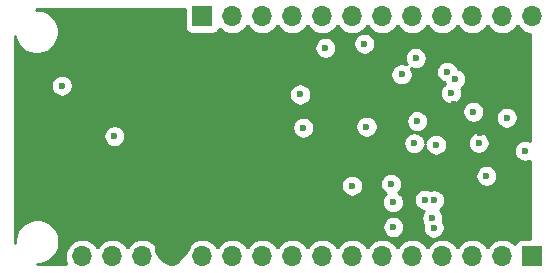
<source format=gbr>
G04 #@! TF.GenerationSoftware,KiCad,Pcbnew,(5.1.4)-1*
G04 #@! TF.CreationDate,2019-11-20T19:39:55+01:00*
G04 #@! TF.ProjectId,Open_Telemetry_digitalSensorShield,4f70656e-5f54-4656-9c65-6d657472795f,P1A_02 - Prototype manuf.*
G04 #@! TF.SameCoordinates,Original*
G04 #@! TF.FileFunction,Copper,L2,Inr*
G04 #@! TF.FilePolarity,Positive*
%FSLAX46Y46*%
G04 Gerber Fmt 4.6, Leading zero omitted, Abs format (unit mm)*
G04 Created by KiCad (PCBNEW (5.1.4)-1) date 2019-11-20 19:39:55*
%MOMM*%
%LPD*%
G04 APERTURE LIST*
%ADD10O,1.700000X1.700000*%
%ADD11R,1.700000X1.700000*%
%ADD12C,0.600000*%
%ADD13C,1.400000*%
%ADD14C,0.254000*%
G04 APERTURE END LIST*
D10*
X258445000Y-133223000D03*
X255905000Y-133223000D03*
X253365000Y-133223000D03*
X250825000Y-133223000D03*
X248285000Y-133223000D03*
X245745000Y-133223000D03*
X243205000Y-133223000D03*
X240665000Y-133223000D03*
X238125000Y-133223000D03*
X235585000Y-133223000D03*
X233045000Y-133223000D03*
D11*
X230505000Y-133223000D03*
D10*
X220345000Y-153543000D03*
X222885000Y-153543000D03*
X225425000Y-153543000D03*
X227965000Y-153543000D03*
X230505000Y-153543000D03*
X233045000Y-153543000D03*
X235585000Y-153543000D03*
X238125000Y-153543000D03*
X240665000Y-153543000D03*
X243205000Y-153543000D03*
X245745000Y-153543000D03*
X248285000Y-153543000D03*
X250825000Y-153543000D03*
X253365000Y-153543000D03*
X255905000Y-153543000D03*
D11*
X258445000Y-153543000D03*
D12*
X246700000Y-151050000D03*
X250310300Y-144077700D03*
X248705000Y-142084500D03*
X246500000Y-147400000D03*
X218624400Y-139076200D03*
X250097900Y-151099900D03*
X251569300Y-139723000D03*
X238796300Y-139829700D03*
X244415600Y-142555900D03*
X240941000Y-135882800D03*
X257840000Y-144592800D03*
X247384000Y-138120700D03*
X239065000Y-142629700D03*
X243200000Y-147550000D03*
X219235020Y-149138640D03*
X219161360Y-145130520D03*
X248197100Y-148679300D03*
X244012720Y-144477740D03*
X244438700Y-148952500D03*
X221539000Y-150760700D03*
X244223540Y-137302240D03*
X243200000Y-150550000D03*
X244045740Y-141366240D03*
X215100000Y-148700000D03*
X251818100Y-140625700D03*
X215100000Y-145750000D03*
X253987200Y-143058500D03*
X256286000Y-136796000D03*
X256298700Y-146019520D03*
X246443300Y-140402000D03*
X216500000Y-147200000D03*
X219161360Y-142128240D03*
X241239040Y-141881860D03*
X224708720Y-148645880D03*
X257957320Y-141739620D03*
X257939540Y-151643080D03*
X257939540Y-151643080D03*
X234066080Y-148617940D03*
X223509840Y-140827760D03*
X226918520Y-133192520D03*
X238150400Y-135270240D03*
X239313720Y-146110960D03*
X220878400Y-133225540D03*
X216916000Y-144078960D03*
X229453440Y-148628100D03*
X227002340Y-150715980D03*
X231886760Y-150715980D03*
X225371660Y-140294360D03*
X229412800Y-140276580D03*
X233372660Y-140281660D03*
X225356420Y-146685000D03*
X233423460Y-146700240D03*
X233408220Y-143502380D03*
X225356420Y-143517620D03*
X229397560Y-143517620D03*
X229397560Y-146685000D03*
X233253280Y-135280400D03*
X228356160Y-135315960D03*
X223641920Y-135354060D03*
X257121660Y-149085300D03*
X247002300Y-136631680D03*
X256286000Y-141783400D03*
X223070420Y-143362680D03*
X253463500Y-141288600D03*
X251938900Y-138529900D03*
X253906200Y-143916200D03*
X254573600Y-146717800D03*
X249981400Y-150287900D03*
X244232900Y-135531200D03*
X248455500Y-143954100D03*
X251241200Y-137905900D03*
X246664900Y-148950000D03*
X249342600Y-148736700D03*
X248584900Y-136747500D03*
X250148600Y-148778400D03*
D13*
X228814999Y-152693001D02*
X228814999Y-152243421D01*
X227175001Y-153009541D02*
X227175001Y-152260241D01*
X227965000Y-153543000D02*
X227708460Y-153543000D01*
X227708460Y-153543000D02*
X227175001Y-153009541D01*
X227965000Y-153543000D02*
X228814999Y-152693001D01*
D14*
G36*
X229016928Y-134073000D02*
G01*
X229029188Y-134197482D01*
X229065498Y-134317180D01*
X229124463Y-134427494D01*
X229203815Y-134524185D01*
X229300506Y-134603537D01*
X229410820Y-134662502D01*
X229530518Y-134698812D01*
X229655000Y-134711072D01*
X231355000Y-134711072D01*
X231479482Y-134698812D01*
X231599180Y-134662502D01*
X231709494Y-134603537D01*
X231806185Y-134524185D01*
X231885537Y-134427494D01*
X231944502Y-134317180D01*
X231965393Y-134248313D01*
X231989866Y-134278134D01*
X232215986Y-134463706D01*
X232473966Y-134601599D01*
X232753889Y-134686513D01*
X232972050Y-134708000D01*
X233117950Y-134708000D01*
X233336111Y-134686513D01*
X233616034Y-134601599D01*
X233874014Y-134463706D01*
X234100134Y-134278134D01*
X234285706Y-134052014D01*
X234315000Y-133997209D01*
X234344294Y-134052014D01*
X234529866Y-134278134D01*
X234755986Y-134463706D01*
X235013966Y-134601599D01*
X235293889Y-134686513D01*
X235512050Y-134708000D01*
X235657950Y-134708000D01*
X235876111Y-134686513D01*
X236156034Y-134601599D01*
X236414014Y-134463706D01*
X236640134Y-134278134D01*
X236825706Y-134052014D01*
X236855000Y-133997209D01*
X236884294Y-134052014D01*
X237069866Y-134278134D01*
X237295986Y-134463706D01*
X237553966Y-134601599D01*
X237833889Y-134686513D01*
X238052050Y-134708000D01*
X238197950Y-134708000D01*
X238416111Y-134686513D01*
X238696034Y-134601599D01*
X238954014Y-134463706D01*
X239180134Y-134278134D01*
X239365706Y-134052014D01*
X239395000Y-133997209D01*
X239424294Y-134052014D01*
X239609866Y-134278134D01*
X239835986Y-134463706D01*
X240093966Y-134601599D01*
X240373889Y-134686513D01*
X240592050Y-134708000D01*
X240737950Y-134708000D01*
X240956111Y-134686513D01*
X241236034Y-134601599D01*
X241494014Y-134463706D01*
X241720134Y-134278134D01*
X241905706Y-134052014D01*
X241935000Y-133997209D01*
X241964294Y-134052014D01*
X242149866Y-134278134D01*
X242375986Y-134463706D01*
X242633966Y-134601599D01*
X242913889Y-134686513D01*
X243132050Y-134708000D01*
X243277950Y-134708000D01*
X243496111Y-134686513D01*
X243776034Y-134601599D01*
X244034014Y-134463706D01*
X244260134Y-134278134D01*
X244445706Y-134052014D01*
X244475000Y-133997209D01*
X244504294Y-134052014D01*
X244689866Y-134278134D01*
X244915986Y-134463706D01*
X245173966Y-134601599D01*
X245453889Y-134686513D01*
X245672050Y-134708000D01*
X245817950Y-134708000D01*
X246036111Y-134686513D01*
X246316034Y-134601599D01*
X246574014Y-134463706D01*
X246800134Y-134278134D01*
X246985706Y-134052014D01*
X247015000Y-133997209D01*
X247044294Y-134052014D01*
X247229866Y-134278134D01*
X247455986Y-134463706D01*
X247713966Y-134601599D01*
X247993889Y-134686513D01*
X248212050Y-134708000D01*
X248357950Y-134708000D01*
X248576111Y-134686513D01*
X248856034Y-134601599D01*
X249114014Y-134463706D01*
X249340134Y-134278134D01*
X249525706Y-134052014D01*
X249555000Y-133997209D01*
X249584294Y-134052014D01*
X249769866Y-134278134D01*
X249995986Y-134463706D01*
X250253966Y-134601599D01*
X250533889Y-134686513D01*
X250752050Y-134708000D01*
X250897950Y-134708000D01*
X251116111Y-134686513D01*
X251396034Y-134601599D01*
X251654014Y-134463706D01*
X251880134Y-134278134D01*
X252065706Y-134052014D01*
X252095000Y-133997209D01*
X252124294Y-134052014D01*
X252309866Y-134278134D01*
X252535986Y-134463706D01*
X252793966Y-134601599D01*
X253073889Y-134686513D01*
X253292050Y-134708000D01*
X253437950Y-134708000D01*
X253656111Y-134686513D01*
X253936034Y-134601599D01*
X254194014Y-134463706D01*
X254420134Y-134278134D01*
X254605706Y-134052014D01*
X254635000Y-133997209D01*
X254664294Y-134052014D01*
X254849866Y-134278134D01*
X255075986Y-134463706D01*
X255333966Y-134601599D01*
X255613889Y-134686513D01*
X255832050Y-134708000D01*
X255977950Y-134708000D01*
X256196111Y-134686513D01*
X256476034Y-134601599D01*
X256734014Y-134463706D01*
X256960134Y-134278134D01*
X257145706Y-134052014D01*
X257175000Y-133997209D01*
X257204294Y-134052014D01*
X257389866Y-134278134D01*
X257615986Y-134463706D01*
X257873966Y-134601599D01*
X258153889Y-134686513D01*
X258273000Y-134698244D01*
X258273000Y-143760118D01*
X258112729Y-143693732D01*
X257932089Y-143657800D01*
X257747911Y-143657800D01*
X257567271Y-143693732D01*
X257397111Y-143764214D01*
X257243972Y-143866538D01*
X257113738Y-143996772D01*
X257011414Y-144149911D01*
X256940932Y-144320071D01*
X256905000Y-144500711D01*
X256905000Y-144684889D01*
X256940932Y-144865529D01*
X257011414Y-145035689D01*
X257113738Y-145188828D01*
X257243972Y-145319062D01*
X257397111Y-145421386D01*
X257567271Y-145491868D01*
X257747911Y-145527800D01*
X257932089Y-145527800D01*
X258112729Y-145491868D01*
X258273000Y-145425482D01*
X258273000Y-152054928D01*
X257595000Y-152054928D01*
X257470518Y-152067188D01*
X257350820Y-152103498D01*
X257240506Y-152162463D01*
X257143815Y-152241815D01*
X257064463Y-152338506D01*
X257005498Y-152448820D01*
X256984607Y-152517687D01*
X256960134Y-152487866D01*
X256734014Y-152302294D01*
X256476034Y-152164401D01*
X256196111Y-152079487D01*
X255977950Y-152058000D01*
X255832050Y-152058000D01*
X255613889Y-152079487D01*
X255333966Y-152164401D01*
X255075986Y-152302294D01*
X254849866Y-152487866D01*
X254664294Y-152713986D01*
X254635000Y-152768791D01*
X254605706Y-152713986D01*
X254420134Y-152487866D01*
X254194014Y-152302294D01*
X253936034Y-152164401D01*
X253656111Y-152079487D01*
X253437950Y-152058000D01*
X253292050Y-152058000D01*
X253073889Y-152079487D01*
X252793966Y-152164401D01*
X252535986Y-152302294D01*
X252309866Y-152487866D01*
X252124294Y-152713986D01*
X252095000Y-152768791D01*
X252065706Y-152713986D01*
X251880134Y-152487866D01*
X251654014Y-152302294D01*
X251396034Y-152164401D01*
X251116111Y-152079487D01*
X250897950Y-152058000D01*
X250752050Y-152058000D01*
X250533889Y-152079487D01*
X250253966Y-152164401D01*
X249995986Y-152302294D01*
X249769866Y-152487866D01*
X249584294Y-152713986D01*
X249555000Y-152768791D01*
X249525706Y-152713986D01*
X249340134Y-152487866D01*
X249114014Y-152302294D01*
X248856034Y-152164401D01*
X248576111Y-152079487D01*
X248357950Y-152058000D01*
X248212050Y-152058000D01*
X247993889Y-152079487D01*
X247713966Y-152164401D01*
X247455986Y-152302294D01*
X247229866Y-152487866D01*
X247044294Y-152713986D01*
X247015000Y-152768791D01*
X246985706Y-152713986D01*
X246800134Y-152487866D01*
X246574014Y-152302294D01*
X246316034Y-152164401D01*
X246036111Y-152079487D01*
X245817950Y-152058000D01*
X245672050Y-152058000D01*
X245453889Y-152079487D01*
X245173966Y-152164401D01*
X244915986Y-152302294D01*
X244689866Y-152487866D01*
X244504294Y-152713986D01*
X244475000Y-152768791D01*
X244445706Y-152713986D01*
X244260134Y-152487866D01*
X244034014Y-152302294D01*
X243776034Y-152164401D01*
X243496111Y-152079487D01*
X243277950Y-152058000D01*
X243132050Y-152058000D01*
X242913889Y-152079487D01*
X242633966Y-152164401D01*
X242375986Y-152302294D01*
X242149866Y-152487866D01*
X241964294Y-152713986D01*
X241935000Y-152768791D01*
X241905706Y-152713986D01*
X241720134Y-152487866D01*
X241494014Y-152302294D01*
X241236034Y-152164401D01*
X240956111Y-152079487D01*
X240737950Y-152058000D01*
X240592050Y-152058000D01*
X240373889Y-152079487D01*
X240093966Y-152164401D01*
X239835986Y-152302294D01*
X239609866Y-152487866D01*
X239424294Y-152713986D01*
X239395000Y-152768791D01*
X239365706Y-152713986D01*
X239180134Y-152487866D01*
X238954014Y-152302294D01*
X238696034Y-152164401D01*
X238416111Y-152079487D01*
X238197950Y-152058000D01*
X238052050Y-152058000D01*
X237833889Y-152079487D01*
X237553966Y-152164401D01*
X237295986Y-152302294D01*
X237069866Y-152487866D01*
X236884294Y-152713986D01*
X236855000Y-152768791D01*
X236825706Y-152713986D01*
X236640134Y-152487866D01*
X236414014Y-152302294D01*
X236156034Y-152164401D01*
X235876111Y-152079487D01*
X235657950Y-152058000D01*
X235512050Y-152058000D01*
X235293889Y-152079487D01*
X235013966Y-152164401D01*
X234755986Y-152302294D01*
X234529866Y-152487866D01*
X234344294Y-152713986D01*
X234315000Y-152768791D01*
X234285706Y-152713986D01*
X234100134Y-152487866D01*
X233874014Y-152302294D01*
X233616034Y-152164401D01*
X233336111Y-152079487D01*
X233117950Y-152058000D01*
X232972050Y-152058000D01*
X232753889Y-152079487D01*
X232473966Y-152164401D01*
X232215986Y-152302294D01*
X231989866Y-152487866D01*
X231804294Y-152713986D01*
X231775000Y-152768791D01*
X231745706Y-152713986D01*
X231560134Y-152487866D01*
X231334014Y-152302294D01*
X231076034Y-152164401D01*
X230796111Y-152079487D01*
X230577950Y-152058000D01*
X230432050Y-152058000D01*
X230213889Y-152079487D01*
X229933966Y-152164401D01*
X229675986Y-152302294D01*
X229449866Y-152487866D01*
X229264294Y-152713986D01*
X229229799Y-152778523D01*
X229160178Y-152661645D01*
X228965269Y-152445412D01*
X228731920Y-152271359D01*
X228469099Y-152146175D01*
X228321890Y-152101524D01*
X228092000Y-152222845D01*
X228092000Y-153416000D01*
X228112000Y-153416000D01*
X228112000Y-153670000D01*
X228092000Y-153670000D01*
X228092000Y-153690000D01*
X227838000Y-153690000D01*
X227838000Y-153670000D01*
X227818000Y-153670000D01*
X227818000Y-153416000D01*
X227838000Y-153416000D01*
X227838000Y-152222845D01*
X227608110Y-152101524D01*
X227460901Y-152146175D01*
X227198080Y-152271359D01*
X226964731Y-152445412D01*
X226769822Y-152661645D01*
X226700201Y-152778523D01*
X226665706Y-152713986D01*
X226480134Y-152487866D01*
X226254014Y-152302294D01*
X225996034Y-152164401D01*
X225716111Y-152079487D01*
X225497950Y-152058000D01*
X225352050Y-152058000D01*
X225133889Y-152079487D01*
X224853966Y-152164401D01*
X224595986Y-152302294D01*
X224369866Y-152487866D01*
X224184294Y-152713986D01*
X224155000Y-152768791D01*
X224125706Y-152713986D01*
X223940134Y-152487866D01*
X223714014Y-152302294D01*
X223456034Y-152164401D01*
X223176111Y-152079487D01*
X222957950Y-152058000D01*
X222812050Y-152058000D01*
X222593889Y-152079487D01*
X222313966Y-152164401D01*
X222055986Y-152302294D01*
X221829866Y-152487866D01*
X221644294Y-152713986D01*
X221615000Y-152768791D01*
X221585706Y-152713986D01*
X221400134Y-152487866D01*
X221174014Y-152302294D01*
X220916034Y-152164401D01*
X220636111Y-152079487D01*
X220417950Y-152058000D01*
X220272050Y-152058000D01*
X220053889Y-152079487D01*
X219773966Y-152164401D01*
X219515986Y-152302294D01*
X219289866Y-152487866D01*
X219104294Y-152713986D01*
X218966401Y-152971966D01*
X218881487Y-153251889D01*
X218852815Y-153543000D01*
X218881487Y-153834111D01*
X218966401Y-154114034D01*
X218996315Y-154170000D01*
X216547279Y-154170000D01*
X216502608Y-154165620D01*
X216720656Y-154165620D01*
X217084834Y-154093181D01*
X217427882Y-153951086D01*
X217736618Y-153744795D01*
X217999175Y-153482238D01*
X218205466Y-153173502D01*
X218347561Y-152830454D01*
X218420000Y-152466276D01*
X218420000Y-152094964D01*
X218347561Y-151730786D01*
X218205466Y-151387738D01*
X217999175Y-151079002D01*
X217878084Y-150957911D01*
X245765000Y-150957911D01*
X245765000Y-151142089D01*
X245800932Y-151322729D01*
X245871414Y-151492889D01*
X245973738Y-151646028D01*
X246103972Y-151776262D01*
X246257111Y-151878586D01*
X246427271Y-151949068D01*
X246607911Y-151985000D01*
X246792089Y-151985000D01*
X246972729Y-151949068D01*
X247142889Y-151878586D01*
X247296028Y-151776262D01*
X247426262Y-151646028D01*
X247528586Y-151492889D01*
X247599068Y-151322729D01*
X247635000Y-151142089D01*
X247635000Y-150957911D01*
X247599068Y-150777271D01*
X247528586Y-150607111D01*
X247426262Y-150453972D01*
X247296028Y-150323738D01*
X247142889Y-150221414D01*
X246972729Y-150150932D01*
X246792089Y-150115000D01*
X246607911Y-150115000D01*
X246427271Y-150150932D01*
X246257111Y-150221414D01*
X246103972Y-150323738D01*
X245973738Y-150453972D01*
X245871414Y-150607111D01*
X245800932Y-150777271D01*
X245765000Y-150957911D01*
X217878084Y-150957911D01*
X217736618Y-150816445D01*
X217427882Y-150610154D01*
X217084834Y-150468059D01*
X216720656Y-150395620D01*
X216349344Y-150395620D01*
X215985166Y-150468059D01*
X215642118Y-150610154D01*
X215333382Y-150816445D01*
X215070825Y-151079002D01*
X214864534Y-151387738D01*
X214722439Y-151730786D01*
X214650000Y-152094964D01*
X214650000Y-152415273D01*
X214635000Y-152272557D01*
X214635000Y-147457911D01*
X242265000Y-147457911D01*
X242265000Y-147642089D01*
X242300932Y-147822729D01*
X242371414Y-147992889D01*
X242473738Y-148146028D01*
X242603972Y-148276262D01*
X242757111Y-148378586D01*
X242927271Y-148449068D01*
X243107911Y-148485000D01*
X243292089Y-148485000D01*
X243472729Y-148449068D01*
X243642889Y-148378586D01*
X243796028Y-148276262D01*
X243926262Y-148146028D01*
X244028586Y-147992889D01*
X244099068Y-147822729D01*
X244135000Y-147642089D01*
X244135000Y-147457911D01*
X244105163Y-147307911D01*
X245565000Y-147307911D01*
X245565000Y-147492089D01*
X245600932Y-147672729D01*
X245671414Y-147842889D01*
X245773738Y-147996028D01*
X245903972Y-148126262D01*
X246057111Y-148228586D01*
X246061999Y-148230611D01*
X245938638Y-148353972D01*
X245836314Y-148507111D01*
X245765832Y-148677271D01*
X245729900Y-148857911D01*
X245729900Y-149042089D01*
X245765832Y-149222729D01*
X245836314Y-149392889D01*
X245938638Y-149546028D01*
X246068872Y-149676262D01*
X246222011Y-149778586D01*
X246392171Y-149849068D01*
X246572811Y-149885000D01*
X246756989Y-149885000D01*
X246937629Y-149849068D01*
X247107789Y-149778586D01*
X247260928Y-149676262D01*
X247391162Y-149546028D01*
X247493486Y-149392889D01*
X247563968Y-149222729D01*
X247599900Y-149042089D01*
X247599900Y-148857911D01*
X247563968Y-148677271D01*
X247550440Y-148644611D01*
X248407600Y-148644611D01*
X248407600Y-148828789D01*
X248443532Y-149009429D01*
X248514014Y-149179589D01*
X248616338Y-149332728D01*
X248746572Y-149462962D01*
X248899711Y-149565286D01*
X249069871Y-149635768D01*
X249250511Y-149671700D01*
X249275310Y-149671700D01*
X249255138Y-149691872D01*
X249152814Y-149845011D01*
X249082332Y-150015171D01*
X249046400Y-150195811D01*
X249046400Y-150379989D01*
X249082332Y-150560629D01*
X249152814Y-150730789D01*
X249205867Y-150810188D01*
X249198832Y-150827171D01*
X249162900Y-151007811D01*
X249162900Y-151191989D01*
X249198832Y-151372629D01*
X249269314Y-151542789D01*
X249371638Y-151695928D01*
X249501872Y-151826162D01*
X249655011Y-151928486D01*
X249825171Y-151998968D01*
X250005811Y-152034900D01*
X250189989Y-152034900D01*
X250370629Y-151998968D01*
X250540789Y-151928486D01*
X250693928Y-151826162D01*
X250824162Y-151695928D01*
X250926486Y-151542789D01*
X250996968Y-151372629D01*
X251032900Y-151191989D01*
X251032900Y-151007811D01*
X250996968Y-150827171D01*
X250926486Y-150657011D01*
X250873433Y-150577612D01*
X250880468Y-150560629D01*
X250916400Y-150379989D01*
X250916400Y-150195811D01*
X250880468Y-150015171D01*
X250809986Y-149845011D01*
X250707662Y-149691872D01*
X250610244Y-149594454D01*
X250744628Y-149504662D01*
X250874862Y-149374428D01*
X250977186Y-149221289D01*
X251047668Y-149051129D01*
X251083600Y-148870489D01*
X251083600Y-148686311D01*
X251047668Y-148505671D01*
X250977186Y-148335511D01*
X250874862Y-148182372D01*
X250744628Y-148052138D01*
X250591489Y-147949814D01*
X250421329Y-147879332D01*
X250240689Y-147843400D01*
X250056511Y-147843400D01*
X249875871Y-147879332D01*
X249793485Y-147913457D01*
X249785489Y-147908114D01*
X249615329Y-147837632D01*
X249434689Y-147801700D01*
X249250511Y-147801700D01*
X249069871Y-147837632D01*
X248899711Y-147908114D01*
X248746572Y-148010438D01*
X248616338Y-148140672D01*
X248514014Y-148293811D01*
X248443532Y-148463971D01*
X248407600Y-148644611D01*
X247550440Y-148644611D01*
X247493486Y-148507111D01*
X247391162Y-148353972D01*
X247260928Y-148223738D01*
X247107789Y-148121414D01*
X247102901Y-148119389D01*
X247226262Y-147996028D01*
X247328586Y-147842889D01*
X247399068Y-147672729D01*
X247435000Y-147492089D01*
X247435000Y-147307911D01*
X247399068Y-147127271D01*
X247328586Y-146957111D01*
X247226262Y-146803972D01*
X247096028Y-146673738D01*
X247024151Y-146625711D01*
X253638600Y-146625711D01*
X253638600Y-146809889D01*
X253674532Y-146990529D01*
X253745014Y-147160689D01*
X253847338Y-147313828D01*
X253977572Y-147444062D01*
X254130711Y-147546386D01*
X254300871Y-147616868D01*
X254481511Y-147652800D01*
X254665689Y-147652800D01*
X254846329Y-147616868D01*
X255016489Y-147546386D01*
X255169628Y-147444062D01*
X255299862Y-147313828D01*
X255402186Y-147160689D01*
X255472668Y-146990529D01*
X255508600Y-146809889D01*
X255508600Y-146625711D01*
X255472668Y-146445071D01*
X255402186Y-146274911D01*
X255299862Y-146121772D01*
X255169628Y-145991538D01*
X255016489Y-145889214D01*
X254846329Y-145818732D01*
X254665689Y-145782800D01*
X254481511Y-145782800D01*
X254300871Y-145818732D01*
X254130711Y-145889214D01*
X253977572Y-145991538D01*
X253847338Y-146121772D01*
X253745014Y-146274911D01*
X253674532Y-146445071D01*
X253638600Y-146625711D01*
X247024151Y-146625711D01*
X246942889Y-146571414D01*
X246772729Y-146500932D01*
X246592089Y-146465000D01*
X246407911Y-146465000D01*
X246227271Y-146500932D01*
X246057111Y-146571414D01*
X245903972Y-146673738D01*
X245773738Y-146803972D01*
X245671414Y-146957111D01*
X245600932Y-147127271D01*
X245565000Y-147307911D01*
X244105163Y-147307911D01*
X244099068Y-147277271D01*
X244028586Y-147107111D01*
X243926262Y-146953972D01*
X243796028Y-146823738D01*
X243642889Y-146721414D01*
X243472729Y-146650932D01*
X243292089Y-146615000D01*
X243107911Y-146615000D01*
X242927271Y-146650932D01*
X242757111Y-146721414D01*
X242603972Y-146823738D01*
X242473738Y-146953972D01*
X242371414Y-147107111D01*
X242300932Y-147277271D01*
X242265000Y-147457911D01*
X214635000Y-147457911D01*
X214635000Y-143270591D01*
X222135420Y-143270591D01*
X222135420Y-143454769D01*
X222171352Y-143635409D01*
X222241834Y-143805569D01*
X222344158Y-143958708D01*
X222474392Y-144088942D01*
X222627531Y-144191266D01*
X222797691Y-144261748D01*
X222978331Y-144297680D01*
X223162509Y-144297680D01*
X223343149Y-144261748D01*
X223513309Y-144191266D01*
X223666448Y-144088942D01*
X223796682Y-143958708D01*
X223861292Y-143862011D01*
X247520500Y-143862011D01*
X247520500Y-144046189D01*
X247556432Y-144226829D01*
X247626914Y-144396989D01*
X247729238Y-144550128D01*
X247859472Y-144680362D01*
X248012611Y-144782686D01*
X248182771Y-144853168D01*
X248363411Y-144889100D01*
X248547589Y-144889100D01*
X248728229Y-144853168D01*
X248898389Y-144782686D01*
X249051528Y-144680362D01*
X249181762Y-144550128D01*
X249284086Y-144396989D01*
X249354568Y-144226829D01*
X249375300Y-144122604D01*
X249375300Y-144169789D01*
X249411232Y-144350429D01*
X249481714Y-144520589D01*
X249584038Y-144673728D01*
X249714272Y-144803962D01*
X249867411Y-144906286D01*
X250037571Y-144976768D01*
X250218211Y-145012700D01*
X250402389Y-145012700D01*
X250583029Y-144976768D01*
X250753189Y-144906286D01*
X250906328Y-144803962D01*
X251036562Y-144673728D01*
X251138886Y-144520589D01*
X251209368Y-144350429D01*
X251245300Y-144169789D01*
X251245300Y-143985611D01*
X251213176Y-143824111D01*
X252971200Y-143824111D01*
X252971200Y-144008289D01*
X253007132Y-144188929D01*
X253077614Y-144359089D01*
X253179938Y-144512228D01*
X253310172Y-144642462D01*
X253463311Y-144744786D01*
X253633471Y-144815268D01*
X253814111Y-144851200D01*
X253998289Y-144851200D01*
X254178929Y-144815268D01*
X254349089Y-144744786D01*
X254502228Y-144642462D01*
X254632462Y-144512228D01*
X254734786Y-144359089D01*
X254805268Y-144188929D01*
X254841200Y-144008289D01*
X254841200Y-143824111D01*
X254805268Y-143643471D01*
X254734786Y-143473311D01*
X254632462Y-143320172D01*
X254502228Y-143189938D01*
X254349089Y-143087614D01*
X254178929Y-143017132D01*
X253998289Y-142981200D01*
X253814111Y-142981200D01*
X253633471Y-143017132D01*
X253463311Y-143087614D01*
X253310172Y-143189938D01*
X253179938Y-143320172D01*
X253077614Y-143473311D01*
X253007132Y-143643471D01*
X252971200Y-143824111D01*
X251213176Y-143824111D01*
X251209368Y-143804971D01*
X251138886Y-143634811D01*
X251036562Y-143481672D01*
X250906328Y-143351438D01*
X250753189Y-143249114D01*
X250583029Y-143178632D01*
X250402389Y-143142700D01*
X250218211Y-143142700D01*
X250037571Y-143178632D01*
X249867411Y-143249114D01*
X249714272Y-143351438D01*
X249584038Y-143481672D01*
X249481714Y-143634811D01*
X249411232Y-143804971D01*
X249390500Y-143909196D01*
X249390500Y-143862011D01*
X249354568Y-143681371D01*
X249284086Y-143511211D01*
X249181762Y-143358072D01*
X249051528Y-143227838D01*
X248898389Y-143125514D01*
X248728229Y-143055032D01*
X248547589Y-143019100D01*
X248363411Y-143019100D01*
X248182771Y-143055032D01*
X248012611Y-143125514D01*
X247859472Y-143227838D01*
X247729238Y-143358072D01*
X247626914Y-143511211D01*
X247556432Y-143681371D01*
X247520500Y-143862011D01*
X223861292Y-143862011D01*
X223899006Y-143805569D01*
X223969488Y-143635409D01*
X224005420Y-143454769D01*
X224005420Y-143270591D01*
X223969488Y-143089951D01*
X223899006Y-142919791D01*
X223796682Y-142766652D01*
X223666448Y-142636418D01*
X223518573Y-142537611D01*
X238130000Y-142537611D01*
X238130000Y-142721789D01*
X238165932Y-142902429D01*
X238236414Y-143072589D01*
X238338738Y-143225728D01*
X238468972Y-143355962D01*
X238622111Y-143458286D01*
X238792271Y-143528768D01*
X238972911Y-143564700D01*
X239157089Y-143564700D01*
X239337729Y-143528768D01*
X239507889Y-143458286D01*
X239661028Y-143355962D01*
X239791262Y-143225728D01*
X239893586Y-143072589D01*
X239964068Y-142902429D01*
X240000000Y-142721789D01*
X240000000Y-142537611D01*
X239985321Y-142463811D01*
X243480600Y-142463811D01*
X243480600Y-142647989D01*
X243516532Y-142828629D01*
X243587014Y-142998789D01*
X243689338Y-143151928D01*
X243819572Y-143282162D01*
X243972711Y-143384486D01*
X244142871Y-143454968D01*
X244323511Y-143490900D01*
X244507689Y-143490900D01*
X244688329Y-143454968D01*
X244858489Y-143384486D01*
X245011628Y-143282162D01*
X245141862Y-143151928D01*
X245244186Y-142998789D01*
X245314668Y-142828629D01*
X245350600Y-142647989D01*
X245350600Y-142463811D01*
X245314668Y-142283171D01*
X245244186Y-142113011D01*
X245163604Y-141992411D01*
X247770000Y-141992411D01*
X247770000Y-142176589D01*
X247805932Y-142357229D01*
X247876414Y-142527389D01*
X247978738Y-142680528D01*
X248108972Y-142810762D01*
X248262111Y-142913086D01*
X248432271Y-142983568D01*
X248612911Y-143019500D01*
X248797089Y-143019500D01*
X248977729Y-142983568D01*
X249147889Y-142913086D01*
X249301028Y-142810762D01*
X249431262Y-142680528D01*
X249533586Y-142527389D01*
X249604068Y-142357229D01*
X249640000Y-142176589D01*
X249640000Y-141992411D01*
X249604068Y-141811771D01*
X249533586Y-141641611D01*
X249431262Y-141488472D01*
X249301028Y-141358238D01*
X249147889Y-141255914D01*
X249004477Y-141196511D01*
X252528500Y-141196511D01*
X252528500Y-141380689D01*
X252564432Y-141561329D01*
X252634914Y-141731489D01*
X252737238Y-141884628D01*
X252867472Y-142014862D01*
X253020611Y-142117186D01*
X253190771Y-142187668D01*
X253371411Y-142223600D01*
X253555589Y-142223600D01*
X253736229Y-142187668D01*
X253906389Y-142117186D01*
X254059528Y-142014862D01*
X254189762Y-141884628D01*
X254292086Y-141731489D01*
X254308728Y-141691311D01*
X255351000Y-141691311D01*
X255351000Y-141875489D01*
X255386932Y-142056129D01*
X255457414Y-142226289D01*
X255559738Y-142379428D01*
X255689972Y-142509662D01*
X255843111Y-142611986D01*
X256013271Y-142682468D01*
X256193911Y-142718400D01*
X256378089Y-142718400D01*
X256558729Y-142682468D01*
X256728889Y-142611986D01*
X256882028Y-142509662D01*
X257012262Y-142379428D01*
X257114586Y-142226289D01*
X257185068Y-142056129D01*
X257221000Y-141875489D01*
X257221000Y-141691311D01*
X257185068Y-141510671D01*
X257114586Y-141340511D01*
X257012262Y-141187372D01*
X256882028Y-141057138D01*
X256728889Y-140954814D01*
X256558729Y-140884332D01*
X256378089Y-140848400D01*
X256193911Y-140848400D01*
X256013271Y-140884332D01*
X255843111Y-140954814D01*
X255689972Y-141057138D01*
X255559738Y-141187372D01*
X255457414Y-141340511D01*
X255386932Y-141510671D01*
X255351000Y-141691311D01*
X254308728Y-141691311D01*
X254362568Y-141561329D01*
X254398500Y-141380689D01*
X254398500Y-141196511D01*
X254362568Y-141015871D01*
X254292086Y-140845711D01*
X254189762Y-140692572D01*
X254059528Y-140562338D01*
X253906389Y-140460014D01*
X253736229Y-140389532D01*
X253555589Y-140353600D01*
X253371411Y-140353600D01*
X253190771Y-140389532D01*
X253020611Y-140460014D01*
X252867472Y-140562338D01*
X252737238Y-140692572D01*
X252634914Y-140845711D01*
X252564432Y-141015871D01*
X252528500Y-141196511D01*
X249004477Y-141196511D01*
X248977729Y-141185432D01*
X248797089Y-141149500D01*
X248612911Y-141149500D01*
X248432271Y-141185432D01*
X248262111Y-141255914D01*
X248108972Y-141358238D01*
X247978738Y-141488472D01*
X247876414Y-141641611D01*
X247805932Y-141811771D01*
X247770000Y-141992411D01*
X245163604Y-141992411D01*
X245141862Y-141959872D01*
X245011628Y-141829638D01*
X244858489Y-141727314D01*
X244688329Y-141656832D01*
X244507689Y-141620900D01*
X244323511Y-141620900D01*
X244142871Y-141656832D01*
X243972711Y-141727314D01*
X243819572Y-141829638D01*
X243689338Y-141959872D01*
X243587014Y-142113011D01*
X243516532Y-142283171D01*
X243480600Y-142463811D01*
X239985321Y-142463811D01*
X239964068Y-142356971D01*
X239893586Y-142186811D01*
X239791262Y-142033672D01*
X239661028Y-141903438D01*
X239507889Y-141801114D01*
X239337729Y-141730632D01*
X239157089Y-141694700D01*
X238972911Y-141694700D01*
X238792271Y-141730632D01*
X238622111Y-141801114D01*
X238468972Y-141903438D01*
X238338738Y-142033672D01*
X238236414Y-142186811D01*
X238165932Y-142356971D01*
X238130000Y-142537611D01*
X223518573Y-142537611D01*
X223513309Y-142534094D01*
X223343149Y-142463612D01*
X223162509Y-142427680D01*
X222978331Y-142427680D01*
X222797691Y-142463612D01*
X222627531Y-142534094D01*
X222474392Y-142636418D01*
X222344158Y-142766652D01*
X222241834Y-142919791D01*
X222171352Y-143089951D01*
X222135420Y-143270591D01*
X214635000Y-143270591D01*
X214635000Y-138984111D01*
X217689400Y-138984111D01*
X217689400Y-139168289D01*
X217725332Y-139348929D01*
X217795814Y-139519089D01*
X217898138Y-139672228D01*
X218028372Y-139802462D01*
X218181511Y-139904786D01*
X218351671Y-139975268D01*
X218532311Y-140011200D01*
X218716489Y-140011200D01*
X218897129Y-139975268D01*
X219067289Y-139904786D01*
X219220428Y-139802462D01*
X219285279Y-139737611D01*
X237861300Y-139737611D01*
X237861300Y-139921789D01*
X237897232Y-140102429D01*
X237967714Y-140272589D01*
X238070038Y-140425728D01*
X238200272Y-140555962D01*
X238353411Y-140658286D01*
X238523571Y-140728768D01*
X238704211Y-140764700D01*
X238888389Y-140764700D01*
X239069029Y-140728768D01*
X239239189Y-140658286D01*
X239392328Y-140555962D01*
X239522562Y-140425728D01*
X239624886Y-140272589D01*
X239695368Y-140102429D01*
X239731300Y-139921789D01*
X239731300Y-139737611D01*
X239695368Y-139556971D01*
X239624886Y-139386811D01*
X239522562Y-139233672D01*
X239392328Y-139103438D01*
X239239189Y-139001114D01*
X239069029Y-138930632D01*
X238888389Y-138894700D01*
X238704211Y-138894700D01*
X238523571Y-138930632D01*
X238353411Y-139001114D01*
X238200272Y-139103438D01*
X238070038Y-139233672D01*
X237967714Y-139386811D01*
X237897232Y-139556971D01*
X237861300Y-139737611D01*
X219285279Y-139737611D01*
X219350662Y-139672228D01*
X219452986Y-139519089D01*
X219523468Y-139348929D01*
X219559400Y-139168289D01*
X219559400Y-138984111D01*
X219523468Y-138803471D01*
X219452986Y-138633311D01*
X219350662Y-138480172D01*
X219220428Y-138349938D01*
X219067289Y-138247614D01*
X218897129Y-138177132D01*
X218716489Y-138141200D01*
X218532311Y-138141200D01*
X218351671Y-138177132D01*
X218181511Y-138247614D01*
X218028372Y-138349938D01*
X217898138Y-138480172D01*
X217795814Y-138633311D01*
X217725332Y-138803471D01*
X217689400Y-138984111D01*
X214635000Y-138984111D01*
X214635000Y-138028611D01*
X246449000Y-138028611D01*
X246449000Y-138212789D01*
X246484932Y-138393429D01*
X246555414Y-138563589D01*
X246657738Y-138716728D01*
X246787972Y-138846962D01*
X246941111Y-138949286D01*
X247111271Y-139019768D01*
X247291911Y-139055700D01*
X247476089Y-139055700D01*
X247656729Y-139019768D01*
X247826889Y-138949286D01*
X247980028Y-138846962D01*
X248110262Y-138716728D01*
X248212586Y-138563589D01*
X248283068Y-138393429D01*
X248319000Y-138212789D01*
X248319000Y-138028611D01*
X248283068Y-137847971D01*
X248268919Y-137813811D01*
X250306200Y-137813811D01*
X250306200Y-137997989D01*
X250342132Y-138178629D01*
X250412614Y-138348789D01*
X250514938Y-138501928D01*
X250645172Y-138632162D01*
X250798311Y-138734486D01*
X250968471Y-138804968D01*
X251047295Y-138820647D01*
X251088377Y-138919828D01*
X250973272Y-138996738D01*
X250843038Y-139126972D01*
X250740714Y-139280111D01*
X250670232Y-139450271D01*
X250634300Y-139630911D01*
X250634300Y-139815089D01*
X250670232Y-139995729D01*
X250740714Y-140165889D01*
X250843038Y-140319028D01*
X250973272Y-140449262D01*
X251126411Y-140551586D01*
X251296571Y-140622068D01*
X251477211Y-140658000D01*
X251661389Y-140658000D01*
X251842029Y-140622068D01*
X252012189Y-140551586D01*
X252165328Y-140449262D01*
X252295562Y-140319028D01*
X252397886Y-140165889D01*
X252468368Y-139995729D01*
X252504300Y-139815089D01*
X252504300Y-139630911D01*
X252468368Y-139450271D01*
X252419823Y-139333072D01*
X252534928Y-139256162D01*
X252665162Y-139125928D01*
X252767486Y-138972789D01*
X252837968Y-138802629D01*
X252873900Y-138621989D01*
X252873900Y-138437811D01*
X252837968Y-138257171D01*
X252767486Y-138087011D01*
X252665162Y-137933872D01*
X252534928Y-137803638D01*
X252381789Y-137701314D01*
X252211629Y-137630832D01*
X252132805Y-137615153D01*
X252069786Y-137463011D01*
X251967462Y-137309872D01*
X251837228Y-137179638D01*
X251684089Y-137077314D01*
X251513929Y-137006832D01*
X251333289Y-136970900D01*
X251149111Y-136970900D01*
X250968471Y-137006832D01*
X250798311Y-137077314D01*
X250645172Y-137179638D01*
X250514938Y-137309872D01*
X250412614Y-137463011D01*
X250342132Y-137633171D01*
X250306200Y-137813811D01*
X248268919Y-137813811D01*
X248212586Y-137677811D01*
X248145612Y-137577578D01*
X248312171Y-137646568D01*
X248492811Y-137682500D01*
X248676989Y-137682500D01*
X248857629Y-137646568D01*
X249027789Y-137576086D01*
X249180928Y-137473762D01*
X249311162Y-137343528D01*
X249413486Y-137190389D01*
X249483968Y-137020229D01*
X249519900Y-136839589D01*
X249519900Y-136655411D01*
X249483968Y-136474771D01*
X249413486Y-136304611D01*
X249311162Y-136151472D01*
X249180928Y-136021238D01*
X249027789Y-135918914D01*
X248857629Y-135848432D01*
X248676989Y-135812500D01*
X248492811Y-135812500D01*
X248312171Y-135848432D01*
X248142011Y-135918914D01*
X247988872Y-136021238D01*
X247858638Y-136151472D01*
X247756314Y-136304611D01*
X247685832Y-136474771D01*
X247649900Y-136655411D01*
X247649900Y-136839589D01*
X247685832Y-137020229D01*
X247756314Y-137190389D01*
X247823288Y-137290622D01*
X247656729Y-137221632D01*
X247476089Y-137185700D01*
X247291911Y-137185700D01*
X247111271Y-137221632D01*
X246941111Y-137292114D01*
X246787972Y-137394438D01*
X246657738Y-137524672D01*
X246555414Y-137677811D01*
X246484932Y-137847971D01*
X246449000Y-138028611D01*
X214635000Y-138028611D01*
X214635000Y-134894196D01*
X214671639Y-135078394D01*
X214813734Y-135421442D01*
X215020025Y-135730178D01*
X215282582Y-135992735D01*
X215591318Y-136199026D01*
X215934366Y-136341121D01*
X216298544Y-136413560D01*
X216669856Y-136413560D01*
X217034034Y-136341121D01*
X217377082Y-136199026D01*
X217685818Y-135992735D01*
X217887842Y-135790711D01*
X240006000Y-135790711D01*
X240006000Y-135974889D01*
X240041932Y-136155529D01*
X240112414Y-136325689D01*
X240214738Y-136478828D01*
X240344972Y-136609062D01*
X240498111Y-136711386D01*
X240668271Y-136781868D01*
X240848911Y-136817800D01*
X241033089Y-136817800D01*
X241213729Y-136781868D01*
X241383889Y-136711386D01*
X241537028Y-136609062D01*
X241667262Y-136478828D01*
X241769586Y-136325689D01*
X241840068Y-136155529D01*
X241876000Y-135974889D01*
X241876000Y-135790711D01*
X241840068Y-135610071D01*
X241769586Y-135439911D01*
X241769052Y-135439111D01*
X243297900Y-135439111D01*
X243297900Y-135623289D01*
X243333832Y-135803929D01*
X243404314Y-135974089D01*
X243506638Y-136127228D01*
X243636872Y-136257462D01*
X243790011Y-136359786D01*
X243960171Y-136430268D01*
X244140811Y-136466200D01*
X244324989Y-136466200D01*
X244505629Y-136430268D01*
X244675789Y-136359786D01*
X244828928Y-136257462D01*
X244959162Y-136127228D01*
X245061486Y-135974089D01*
X245131968Y-135803929D01*
X245167900Y-135623289D01*
X245167900Y-135439111D01*
X245131968Y-135258471D01*
X245061486Y-135088311D01*
X244959162Y-134935172D01*
X244828928Y-134804938D01*
X244675789Y-134702614D01*
X244505629Y-134632132D01*
X244324989Y-134596200D01*
X244140811Y-134596200D01*
X243960171Y-134632132D01*
X243790011Y-134702614D01*
X243636872Y-134804938D01*
X243506638Y-134935172D01*
X243404314Y-135088311D01*
X243333832Y-135258471D01*
X243297900Y-135439111D01*
X241769052Y-135439111D01*
X241667262Y-135286772D01*
X241537028Y-135156538D01*
X241383889Y-135054214D01*
X241213729Y-134983732D01*
X241033089Y-134947800D01*
X240848911Y-134947800D01*
X240668271Y-134983732D01*
X240498111Y-135054214D01*
X240344972Y-135156538D01*
X240214738Y-135286772D01*
X240112414Y-135439911D01*
X240041932Y-135610071D01*
X240006000Y-135790711D01*
X217887842Y-135790711D01*
X217948375Y-135730178D01*
X218154666Y-135421442D01*
X218296761Y-135078394D01*
X218369200Y-134714216D01*
X218369200Y-134342904D01*
X218296761Y-133978726D01*
X218154666Y-133635678D01*
X217948375Y-133326942D01*
X217685818Y-133064385D01*
X217377082Y-132858094D01*
X217034034Y-132715999D01*
X216669856Y-132643560D01*
X216403428Y-132643560D01*
X216532443Y-132630000D01*
X229016928Y-132630000D01*
X229016928Y-134073000D01*
X229016928Y-134073000D01*
G37*
X229016928Y-134073000D02*
X229029188Y-134197482D01*
X229065498Y-134317180D01*
X229124463Y-134427494D01*
X229203815Y-134524185D01*
X229300506Y-134603537D01*
X229410820Y-134662502D01*
X229530518Y-134698812D01*
X229655000Y-134711072D01*
X231355000Y-134711072D01*
X231479482Y-134698812D01*
X231599180Y-134662502D01*
X231709494Y-134603537D01*
X231806185Y-134524185D01*
X231885537Y-134427494D01*
X231944502Y-134317180D01*
X231965393Y-134248313D01*
X231989866Y-134278134D01*
X232215986Y-134463706D01*
X232473966Y-134601599D01*
X232753889Y-134686513D01*
X232972050Y-134708000D01*
X233117950Y-134708000D01*
X233336111Y-134686513D01*
X233616034Y-134601599D01*
X233874014Y-134463706D01*
X234100134Y-134278134D01*
X234285706Y-134052014D01*
X234315000Y-133997209D01*
X234344294Y-134052014D01*
X234529866Y-134278134D01*
X234755986Y-134463706D01*
X235013966Y-134601599D01*
X235293889Y-134686513D01*
X235512050Y-134708000D01*
X235657950Y-134708000D01*
X235876111Y-134686513D01*
X236156034Y-134601599D01*
X236414014Y-134463706D01*
X236640134Y-134278134D01*
X236825706Y-134052014D01*
X236855000Y-133997209D01*
X236884294Y-134052014D01*
X237069866Y-134278134D01*
X237295986Y-134463706D01*
X237553966Y-134601599D01*
X237833889Y-134686513D01*
X238052050Y-134708000D01*
X238197950Y-134708000D01*
X238416111Y-134686513D01*
X238696034Y-134601599D01*
X238954014Y-134463706D01*
X239180134Y-134278134D01*
X239365706Y-134052014D01*
X239395000Y-133997209D01*
X239424294Y-134052014D01*
X239609866Y-134278134D01*
X239835986Y-134463706D01*
X240093966Y-134601599D01*
X240373889Y-134686513D01*
X240592050Y-134708000D01*
X240737950Y-134708000D01*
X240956111Y-134686513D01*
X241236034Y-134601599D01*
X241494014Y-134463706D01*
X241720134Y-134278134D01*
X241905706Y-134052014D01*
X241935000Y-133997209D01*
X241964294Y-134052014D01*
X242149866Y-134278134D01*
X242375986Y-134463706D01*
X242633966Y-134601599D01*
X242913889Y-134686513D01*
X243132050Y-134708000D01*
X243277950Y-134708000D01*
X243496111Y-134686513D01*
X243776034Y-134601599D01*
X244034014Y-134463706D01*
X244260134Y-134278134D01*
X244445706Y-134052014D01*
X244475000Y-133997209D01*
X244504294Y-134052014D01*
X244689866Y-134278134D01*
X244915986Y-134463706D01*
X245173966Y-134601599D01*
X245453889Y-134686513D01*
X245672050Y-134708000D01*
X245817950Y-134708000D01*
X246036111Y-134686513D01*
X246316034Y-134601599D01*
X246574014Y-134463706D01*
X246800134Y-134278134D01*
X246985706Y-134052014D01*
X247015000Y-133997209D01*
X247044294Y-134052014D01*
X247229866Y-134278134D01*
X247455986Y-134463706D01*
X247713966Y-134601599D01*
X247993889Y-134686513D01*
X248212050Y-134708000D01*
X248357950Y-134708000D01*
X248576111Y-134686513D01*
X248856034Y-134601599D01*
X249114014Y-134463706D01*
X249340134Y-134278134D01*
X249525706Y-134052014D01*
X249555000Y-133997209D01*
X249584294Y-134052014D01*
X249769866Y-134278134D01*
X249995986Y-134463706D01*
X250253966Y-134601599D01*
X250533889Y-134686513D01*
X250752050Y-134708000D01*
X250897950Y-134708000D01*
X251116111Y-134686513D01*
X251396034Y-134601599D01*
X251654014Y-134463706D01*
X251880134Y-134278134D01*
X252065706Y-134052014D01*
X252095000Y-133997209D01*
X252124294Y-134052014D01*
X252309866Y-134278134D01*
X252535986Y-134463706D01*
X252793966Y-134601599D01*
X253073889Y-134686513D01*
X253292050Y-134708000D01*
X253437950Y-134708000D01*
X253656111Y-134686513D01*
X253936034Y-134601599D01*
X254194014Y-134463706D01*
X254420134Y-134278134D01*
X254605706Y-134052014D01*
X254635000Y-133997209D01*
X254664294Y-134052014D01*
X254849866Y-134278134D01*
X255075986Y-134463706D01*
X255333966Y-134601599D01*
X255613889Y-134686513D01*
X255832050Y-134708000D01*
X255977950Y-134708000D01*
X256196111Y-134686513D01*
X256476034Y-134601599D01*
X256734014Y-134463706D01*
X256960134Y-134278134D01*
X257145706Y-134052014D01*
X257175000Y-133997209D01*
X257204294Y-134052014D01*
X257389866Y-134278134D01*
X257615986Y-134463706D01*
X257873966Y-134601599D01*
X258153889Y-134686513D01*
X258273000Y-134698244D01*
X258273000Y-143760118D01*
X258112729Y-143693732D01*
X257932089Y-143657800D01*
X257747911Y-143657800D01*
X257567271Y-143693732D01*
X257397111Y-143764214D01*
X257243972Y-143866538D01*
X257113738Y-143996772D01*
X257011414Y-144149911D01*
X256940932Y-144320071D01*
X256905000Y-144500711D01*
X256905000Y-144684889D01*
X256940932Y-144865529D01*
X257011414Y-145035689D01*
X257113738Y-145188828D01*
X257243972Y-145319062D01*
X257397111Y-145421386D01*
X257567271Y-145491868D01*
X257747911Y-145527800D01*
X257932089Y-145527800D01*
X258112729Y-145491868D01*
X258273000Y-145425482D01*
X258273000Y-152054928D01*
X257595000Y-152054928D01*
X257470518Y-152067188D01*
X257350820Y-152103498D01*
X257240506Y-152162463D01*
X257143815Y-152241815D01*
X257064463Y-152338506D01*
X257005498Y-152448820D01*
X256984607Y-152517687D01*
X256960134Y-152487866D01*
X256734014Y-152302294D01*
X256476034Y-152164401D01*
X256196111Y-152079487D01*
X255977950Y-152058000D01*
X255832050Y-152058000D01*
X255613889Y-152079487D01*
X255333966Y-152164401D01*
X255075986Y-152302294D01*
X254849866Y-152487866D01*
X254664294Y-152713986D01*
X254635000Y-152768791D01*
X254605706Y-152713986D01*
X254420134Y-152487866D01*
X254194014Y-152302294D01*
X253936034Y-152164401D01*
X253656111Y-152079487D01*
X253437950Y-152058000D01*
X253292050Y-152058000D01*
X253073889Y-152079487D01*
X252793966Y-152164401D01*
X252535986Y-152302294D01*
X252309866Y-152487866D01*
X252124294Y-152713986D01*
X252095000Y-152768791D01*
X252065706Y-152713986D01*
X251880134Y-152487866D01*
X251654014Y-152302294D01*
X251396034Y-152164401D01*
X251116111Y-152079487D01*
X250897950Y-152058000D01*
X250752050Y-152058000D01*
X250533889Y-152079487D01*
X250253966Y-152164401D01*
X249995986Y-152302294D01*
X249769866Y-152487866D01*
X249584294Y-152713986D01*
X249555000Y-152768791D01*
X249525706Y-152713986D01*
X249340134Y-152487866D01*
X249114014Y-152302294D01*
X248856034Y-152164401D01*
X248576111Y-152079487D01*
X248357950Y-152058000D01*
X248212050Y-152058000D01*
X247993889Y-152079487D01*
X247713966Y-152164401D01*
X247455986Y-152302294D01*
X247229866Y-152487866D01*
X247044294Y-152713986D01*
X247015000Y-152768791D01*
X246985706Y-152713986D01*
X246800134Y-152487866D01*
X246574014Y-152302294D01*
X246316034Y-152164401D01*
X246036111Y-152079487D01*
X245817950Y-152058000D01*
X245672050Y-152058000D01*
X245453889Y-152079487D01*
X245173966Y-152164401D01*
X244915986Y-152302294D01*
X244689866Y-152487866D01*
X244504294Y-152713986D01*
X244475000Y-152768791D01*
X244445706Y-152713986D01*
X244260134Y-152487866D01*
X244034014Y-152302294D01*
X243776034Y-152164401D01*
X243496111Y-152079487D01*
X243277950Y-152058000D01*
X243132050Y-152058000D01*
X242913889Y-152079487D01*
X242633966Y-152164401D01*
X242375986Y-152302294D01*
X242149866Y-152487866D01*
X241964294Y-152713986D01*
X241935000Y-152768791D01*
X241905706Y-152713986D01*
X241720134Y-152487866D01*
X241494014Y-152302294D01*
X241236034Y-152164401D01*
X240956111Y-152079487D01*
X240737950Y-152058000D01*
X240592050Y-152058000D01*
X240373889Y-152079487D01*
X240093966Y-152164401D01*
X239835986Y-152302294D01*
X239609866Y-152487866D01*
X239424294Y-152713986D01*
X239395000Y-152768791D01*
X239365706Y-152713986D01*
X239180134Y-152487866D01*
X238954014Y-152302294D01*
X238696034Y-152164401D01*
X238416111Y-152079487D01*
X238197950Y-152058000D01*
X238052050Y-152058000D01*
X237833889Y-152079487D01*
X237553966Y-152164401D01*
X237295986Y-152302294D01*
X237069866Y-152487866D01*
X236884294Y-152713986D01*
X236855000Y-152768791D01*
X236825706Y-152713986D01*
X236640134Y-152487866D01*
X236414014Y-152302294D01*
X236156034Y-152164401D01*
X235876111Y-152079487D01*
X235657950Y-152058000D01*
X235512050Y-152058000D01*
X235293889Y-152079487D01*
X235013966Y-152164401D01*
X234755986Y-152302294D01*
X234529866Y-152487866D01*
X234344294Y-152713986D01*
X234315000Y-152768791D01*
X234285706Y-152713986D01*
X234100134Y-152487866D01*
X233874014Y-152302294D01*
X233616034Y-152164401D01*
X233336111Y-152079487D01*
X233117950Y-152058000D01*
X232972050Y-152058000D01*
X232753889Y-152079487D01*
X232473966Y-152164401D01*
X232215986Y-152302294D01*
X231989866Y-152487866D01*
X231804294Y-152713986D01*
X231775000Y-152768791D01*
X231745706Y-152713986D01*
X231560134Y-152487866D01*
X231334014Y-152302294D01*
X231076034Y-152164401D01*
X230796111Y-152079487D01*
X230577950Y-152058000D01*
X230432050Y-152058000D01*
X230213889Y-152079487D01*
X229933966Y-152164401D01*
X229675986Y-152302294D01*
X229449866Y-152487866D01*
X229264294Y-152713986D01*
X229229799Y-152778523D01*
X229160178Y-152661645D01*
X228965269Y-152445412D01*
X228731920Y-152271359D01*
X228469099Y-152146175D01*
X228321890Y-152101524D01*
X228092000Y-152222845D01*
X228092000Y-153416000D01*
X228112000Y-153416000D01*
X228112000Y-153670000D01*
X228092000Y-153670000D01*
X228092000Y-153690000D01*
X227838000Y-153690000D01*
X227838000Y-153670000D01*
X227818000Y-153670000D01*
X227818000Y-153416000D01*
X227838000Y-153416000D01*
X227838000Y-152222845D01*
X227608110Y-152101524D01*
X227460901Y-152146175D01*
X227198080Y-152271359D01*
X226964731Y-152445412D01*
X226769822Y-152661645D01*
X226700201Y-152778523D01*
X226665706Y-152713986D01*
X226480134Y-152487866D01*
X226254014Y-152302294D01*
X225996034Y-152164401D01*
X225716111Y-152079487D01*
X225497950Y-152058000D01*
X225352050Y-152058000D01*
X225133889Y-152079487D01*
X224853966Y-152164401D01*
X224595986Y-152302294D01*
X224369866Y-152487866D01*
X224184294Y-152713986D01*
X224155000Y-152768791D01*
X224125706Y-152713986D01*
X223940134Y-152487866D01*
X223714014Y-152302294D01*
X223456034Y-152164401D01*
X223176111Y-152079487D01*
X222957950Y-152058000D01*
X222812050Y-152058000D01*
X222593889Y-152079487D01*
X222313966Y-152164401D01*
X222055986Y-152302294D01*
X221829866Y-152487866D01*
X221644294Y-152713986D01*
X221615000Y-152768791D01*
X221585706Y-152713986D01*
X221400134Y-152487866D01*
X221174014Y-152302294D01*
X220916034Y-152164401D01*
X220636111Y-152079487D01*
X220417950Y-152058000D01*
X220272050Y-152058000D01*
X220053889Y-152079487D01*
X219773966Y-152164401D01*
X219515986Y-152302294D01*
X219289866Y-152487866D01*
X219104294Y-152713986D01*
X218966401Y-152971966D01*
X218881487Y-153251889D01*
X218852815Y-153543000D01*
X218881487Y-153834111D01*
X218966401Y-154114034D01*
X218996315Y-154170000D01*
X216547279Y-154170000D01*
X216502608Y-154165620D01*
X216720656Y-154165620D01*
X217084834Y-154093181D01*
X217427882Y-153951086D01*
X217736618Y-153744795D01*
X217999175Y-153482238D01*
X218205466Y-153173502D01*
X218347561Y-152830454D01*
X218420000Y-152466276D01*
X218420000Y-152094964D01*
X218347561Y-151730786D01*
X218205466Y-151387738D01*
X217999175Y-151079002D01*
X217878084Y-150957911D01*
X245765000Y-150957911D01*
X245765000Y-151142089D01*
X245800932Y-151322729D01*
X245871414Y-151492889D01*
X245973738Y-151646028D01*
X246103972Y-151776262D01*
X246257111Y-151878586D01*
X246427271Y-151949068D01*
X246607911Y-151985000D01*
X246792089Y-151985000D01*
X246972729Y-151949068D01*
X247142889Y-151878586D01*
X247296028Y-151776262D01*
X247426262Y-151646028D01*
X247528586Y-151492889D01*
X247599068Y-151322729D01*
X247635000Y-151142089D01*
X247635000Y-150957911D01*
X247599068Y-150777271D01*
X247528586Y-150607111D01*
X247426262Y-150453972D01*
X247296028Y-150323738D01*
X247142889Y-150221414D01*
X246972729Y-150150932D01*
X246792089Y-150115000D01*
X246607911Y-150115000D01*
X246427271Y-150150932D01*
X246257111Y-150221414D01*
X246103972Y-150323738D01*
X245973738Y-150453972D01*
X245871414Y-150607111D01*
X245800932Y-150777271D01*
X245765000Y-150957911D01*
X217878084Y-150957911D01*
X217736618Y-150816445D01*
X217427882Y-150610154D01*
X217084834Y-150468059D01*
X216720656Y-150395620D01*
X216349344Y-150395620D01*
X215985166Y-150468059D01*
X215642118Y-150610154D01*
X215333382Y-150816445D01*
X215070825Y-151079002D01*
X214864534Y-151387738D01*
X214722439Y-151730786D01*
X214650000Y-152094964D01*
X214650000Y-152415273D01*
X214635000Y-152272557D01*
X214635000Y-147457911D01*
X242265000Y-147457911D01*
X242265000Y-147642089D01*
X242300932Y-147822729D01*
X242371414Y-147992889D01*
X242473738Y-148146028D01*
X242603972Y-148276262D01*
X242757111Y-148378586D01*
X242927271Y-148449068D01*
X243107911Y-148485000D01*
X243292089Y-148485000D01*
X243472729Y-148449068D01*
X243642889Y-148378586D01*
X243796028Y-148276262D01*
X243926262Y-148146028D01*
X244028586Y-147992889D01*
X244099068Y-147822729D01*
X244135000Y-147642089D01*
X244135000Y-147457911D01*
X244105163Y-147307911D01*
X245565000Y-147307911D01*
X245565000Y-147492089D01*
X245600932Y-147672729D01*
X245671414Y-147842889D01*
X245773738Y-147996028D01*
X245903972Y-148126262D01*
X246057111Y-148228586D01*
X246061999Y-148230611D01*
X245938638Y-148353972D01*
X245836314Y-148507111D01*
X245765832Y-148677271D01*
X245729900Y-148857911D01*
X245729900Y-149042089D01*
X245765832Y-149222729D01*
X245836314Y-149392889D01*
X245938638Y-149546028D01*
X246068872Y-149676262D01*
X246222011Y-149778586D01*
X246392171Y-149849068D01*
X246572811Y-149885000D01*
X246756989Y-149885000D01*
X246937629Y-149849068D01*
X247107789Y-149778586D01*
X247260928Y-149676262D01*
X247391162Y-149546028D01*
X247493486Y-149392889D01*
X247563968Y-149222729D01*
X247599900Y-149042089D01*
X247599900Y-148857911D01*
X247563968Y-148677271D01*
X247550440Y-148644611D01*
X248407600Y-148644611D01*
X248407600Y-148828789D01*
X248443532Y-149009429D01*
X248514014Y-149179589D01*
X248616338Y-149332728D01*
X248746572Y-149462962D01*
X248899711Y-149565286D01*
X249069871Y-149635768D01*
X249250511Y-149671700D01*
X249275310Y-149671700D01*
X249255138Y-149691872D01*
X249152814Y-149845011D01*
X249082332Y-150015171D01*
X249046400Y-150195811D01*
X249046400Y-150379989D01*
X249082332Y-150560629D01*
X249152814Y-150730789D01*
X249205867Y-150810188D01*
X249198832Y-150827171D01*
X249162900Y-151007811D01*
X249162900Y-151191989D01*
X249198832Y-151372629D01*
X249269314Y-151542789D01*
X249371638Y-151695928D01*
X249501872Y-151826162D01*
X249655011Y-151928486D01*
X249825171Y-151998968D01*
X250005811Y-152034900D01*
X250189989Y-152034900D01*
X250370629Y-151998968D01*
X250540789Y-151928486D01*
X250693928Y-151826162D01*
X250824162Y-151695928D01*
X250926486Y-151542789D01*
X250996968Y-151372629D01*
X251032900Y-151191989D01*
X251032900Y-151007811D01*
X250996968Y-150827171D01*
X250926486Y-150657011D01*
X250873433Y-150577612D01*
X250880468Y-150560629D01*
X250916400Y-150379989D01*
X250916400Y-150195811D01*
X250880468Y-150015171D01*
X250809986Y-149845011D01*
X250707662Y-149691872D01*
X250610244Y-149594454D01*
X250744628Y-149504662D01*
X250874862Y-149374428D01*
X250977186Y-149221289D01*
X251047668Y-149051129D01*
X251083600Y-148870489D01*
X251083600Y-148686311D01*
X251047668Y-148505671D01*
X250977186Y-148335511D01*
X250874862Y-148182372D01*
X250744628Y-148052138D01*
X250591489Y-147949814D01*
X250421329Y-147879332D01*
X250240689Y-147843400D01*
X250056511Y-147843400D01*
X249875871Y-147879332D01*
X249793485Y-147913457D01*
X249785489Y-147908114D01*
X249615329Y-147837632D01*
X249434689Y-147801700D01*
X249250511Y-147801700D01*
X249069871Y-147837632D01*
X248899711Y-147908114D01*
X248746572Y-148010438D01*
X248616338Y-148140672D01*
X248514014Y-148293811D01*
X248443532Y-148463971D01*
X248407600Y-148644611D01*
X247550440Y-148644611D01*
X247493486Y-148507111D01*
X247391162Y-148353972D01*
X247260928Y-148223738D01*
X247107789Y-148121414D01*
X247102901Y-148119389D01*
X247226262Y-147996028D01*
X247328586Y-147842889D01*
X247399068Y-147672729D01*
X247435000Y-147492089D01*
X247435000Y-147307911D01*
X247399068Y-147127271D01*
X247328586Y-146957111D01*
X247226262Y-146803972D01*
X247096028Y-146673738D01*
X247024151Y-146625711D01*
X253638600Y-146625711D01*
X253638600Y-146809889D01*
X253674532Y-146990529D01*
X253745014Y-147160689D01*
X253847338Y-147313828D01*
X253977572Y-147444062D01*
X254130711Y-147546386D01*
X254300871Y-147616868D01*
X254481511Y-147652800D01*
X254665689Y-147652800D01*
X254846329Y-147616868D01*
X255016489Y-147546386D01*
X255169628Y-147444062D01*
X255299862Y-147313828D01*
X255402186Y-147160689D01*
X255472668Y-146990529D01*
X255508600Y-146809889D01*
X255508600Y-146625711D01*
X255472668Y-146445071D01*
X255402186Y-146274911D01*
X255299862Y-146121772D01*
X255169628Y-145991538D01*
X255016489Y-145889214D01*
X254846329Y-145818732D01*
X254665689Y-145782800D01*
X254481511Y-145782800D01*
X254300871Y-145818732D01*
X254130711Y-145889214D01*
X253977572Y-145991538D01*
X253847338Y-146121772D01*
X253745014Y-146274911D01*
X253674532Y-146445071D01*
X253638600Y-146625711D01*
X247024151Y-146625711D01*
X246942889Y-146571414D01*
X246772729Y-146500932D01*
X246592089Y-146465000D01*
X246407911Y-146465000D01*
X246227271Y-146500932D01*
X246057111Y-146571414D01*
X245903972Y-146673738D01*
X245773738Y-146803972D01*
X245671414Y-146957111D01*
X245600932Y-147127271D01*
X245565000Y-147307911D01*
X244105163Y-147307911D01*
X244099068Y-147277271D01*
X244028586Y-147107111D01*
X243926262Y-146953972D01*
X243796028Y-146823738D01*
X243642889Y-146721414D01*
X243472729Y-146650932D01*
X243292089Y-146615000D01*
X243107911Y-146615000D01*
X242927271Y-146650932D01*
X242757111Y-146721414D01*
X242603972Y-146823738D01*
X242473738Y-146953972D01*
X242371414Y-147107111D01*
X242300932Y-147277271D01*
X242265000Y-147457911D01*
X214635000Y-147457911D01*
X214635000Y-143270591D01*
X222135420Y-143270591D01*
X222135420Y-143454769D01*
X222171352Y-143635409D01*
X222241834Y-143805569D01*
X222344158Y-143958708D01*
X222474392Y-144088942D01*
X222627531Y-144191266D01*
X222797691Y-144261748D01*
X222978331Y-144297680D01*
X223162509Y-144297680D01*
X223343149Y-144261748D01*
X223513309Y-144191266D01*
X223666448Y-144088942D01*
X223796682Y-143958708D01*
X223861292Y-143862011D01*
X247520500Y-143862011D01*
X247520500Y-144046189D01*
X247556432Y-144226829D01*
X247626914Y-144396989D01*
X247729238Y-144550128D01*
X247859472Y-144680362D01*
X248012611Y-144782686D01*
X248182771Y-144853168D01*
X248363411Y-144889100D01*
X248547589Y-144889100D01*
X248728229Y-144853168D01*
X248898389Y-144782686D01*
X249051528Y-144680362D01*
X249181762Y-144550128D01*
X249284086Y-144396989D01*
X249354568Y-144226829D01*
X249375300Y-144122604D01*
X249375300Y-144169789D01*
X249411232Y-144350429D01*
X249481714Y-144520589D01*
X249584038Y-144673728D01*
X249714272Y-144803962D01*
X249867411Y-144906286D01*
X250037571Y-144976768D01*
X250218211Y-145012700D01*
X250402389Y-145012700D01*
X250583029Y-144976768D01*
X250753189Y-144906286D01*
X250906328Y-144803962D01*
X251036562Y-144673728D01*
X251138886Y-144520589D01*
X251209368Y-144350429D01*
X251245300Y-144169789D01*
X251245300Y-143985611D01*
X251213176Y-143824111D01*
X252971200Y-143824111D01*
X252971200Y-144008289D01*
X253007132Y-144188929D01*
X253077614Y-144359089D01*
X253179938Y-144512228D01*
X253310172Y-144642462D01*
X253463311Y-144744786D01*
X253633471Y-144815268D01*
X253814111Y-144851200D01*
X253998289Y-144851200D01*
X254178929Y-144815268D01*
X254349089Y-144744786D01*
X254502228Y-144642462D01*
X254632462Y-144512228D01*
X254734786Y-144359089D01*
X254805268Y-144188929D01*
X254841200Y-144008289D01*
X254841200Y-143824111D01*
X254805268Y-143643471D01*
X254734786Y-143473311D01*
X254632462Y-143320172D01*
X254502228Y-143189938D01*
X254349089Y-143087614D01*
X254178929Y-143017132D01*
X253998289Y-142981200D01*
X253814111Y-142981200D01*
X253633471Y-143017132D01*
X253463311Y-143087614D01*
X253310172Y-143189938D01*
X253179938Y-143320172D01*
X253077614Y-143473311D01*
X253007132Y-143643471D01*
X252971200Y-143824111D01*
X251213176Y-143824111D01*
X251209368Y-143804971D01*
X251138886Y-143634811D01*
X251036562Y-143481672D01*
X250906328Y-143351438D01*
X250753189Y-143249114D01*
X250583029Y-143178632D01*
X250402389Y-143142700D01*
X250218211Y-143142700D01*
X250037571Y-143178632D01*
X249867411Y-143249114D01*
X249714272Y-143351438D01*
X249584038Y-143481672D01*
X249481714Y-143634811D01*
X249411232Y-143804971D01*
X249390500Y-143909196D01*
X249390500Y-143862011D01*
X249354568Y-143681371D01*
X249284086Y-143511211D01*
X249181762Y-143358072D01*
X249051528Y-143227838D01*
X248898389Y-143125514D01*
X248728229Y-143055032D01*
X248547589Y-143019100D01*
X248363411Y-143019100D01*
X248182771Y-143055032D01*
X248012611Y-143125514D01*
X247859472Y-143227838D01*
X247729238Y-143358072D01*
X247626914Y-143511211D01*
X247556432Y-143681371D01*
X247520500Y-143862011D01*
X223861292Y-143862011D01*
X223899006Y-143805569D01*
X223969488Y-143635409D01*
X224005420Y-143454769D01*
X224005420Y-143270591D01*
X223969488Y-143089951D01*
X223899006Y-142919791D01*
X223796682Y-142766652D01*
X223666448Y-142636418D01*
X223518573Y-142537611D01*
X238130000Y-142537611D01*
X238130000Y-142721789D01*
X238165932Y-142902429D01*
X238236414Y-143072589D01*
X238338738Y-143225728D01*
X238468972Y-143355962D01*
X238622111Y-143458286D01*
X238792271Y-143528768D01*
X238972911Y-143564700D01*
X239157089Y-143564700D01*
X239337729Y-143528768D01*
X239507889Y-143458286D01*
X239661028Y-143355962D01*
X239791262Y-143225728D01*
X239893586Y-143072589D01*
X239964068Y-142902429D01*
X240000000Y-142721789D01*
X240000000Y-142537611D01*
X239985321Y-142463811D01*
X243480600Y-142463811D01*
X243480600Y-142647989D01*
X243516532Y-142828629D01*
X243587014Y-142998789D01*
X243689338Y-143151928D01*
X243819572Y-143282162D01*
X243972711Y-143384486D01*
X244142871Y-143454968D01*
X244323511Y-143490900D01*
X244507689Y-143490900D01*
X244688329Y-143454968D01*
X244858489Y-143384486D01*
X245011628Y-143282162D01*
X245141862Y-143151928D01*
X245244186Y-142998789D01*
X245314668Y-142828629D01*
X245350600Y-142647989D01*
X245350600Y-142463811D01*
X245314668Y-142283171D01*
X245244186Y-142113011D01*
X245163604Y-141992411D01*
X247770000Y-141992411D01*
X247770000Y-142176589D01*
X247805932Y-142357229D01*
X247876414Y-142527389D01*
X247978738Y-142680528D01*
X248108972Y-142810762D01*
X248262111Y-142913086D01*
X248432271Y-142983568D01*
X248612911Y-143019500D01*
X248797089Y-143019500D01*
X248977729Y-142983568D01*
X249147889Y-142913086D01*
X249301028Y-142810762D01*
X249431262Y-142680528D01*
X249533586Y-142527389D01*
X249604068Y-142357229D01*
X249640000Y-142176589D01*
X249640000Y-141992411D01*
X249604068Y-141811771D01*
X249533586Y-141641611D01*
X249431262Y-141488472D01*
X249301028Y-141358238D01*
X249147889Y-141255914D01*
X249004477Y-141196511D01*
X252528500Y-141196511D01*
X252528500Y-141380689D01*
X252564432Y-141561329D01*
X252634914Y-141731489D01*
X252737238Y-141884628D01*
X252867472Y-142014862D01*
X253020611Y-142117186D01*
X253190771Y-142187668D01*
X253371411Y-142223600D01*
X253555589Y-142223600D01*
X253736229Y-142187668D01*
X253906389Y-142117186D01*
X254059528Y-142014862D01*
X254189762Y-141884628D01*
X254292086Y-141731489D01*
X254308728Y-141691311D01*
X255351000Y-141691311D01*
X255351000Y-141875489D01*
X255386932Y-142056129D01*
X255457414Y-142226289D01*
X255559738Y-142379428D01*
X255689972Y-142509662D01*
X255843111Y-142611986D01*
X256013271Y-142682468D01*
X256193911Y-142718400D01*
X256378089Y-142718400D01*
X256558729Y-142682468D01*
X256728889Y-142611986D01*
X256882028Y-142509662D01*
X257012262Y-142379428D01*
X257114586Y-142226289D01*
X257185068Y-142056129D01*
X257221000Y-141875489D01*
X257221000Y-141691311D01*
X257185068Y-141510671D01*
X257114586Y-141340511D01*
X257012262Y-141187372D01*
X256882028Y-141057138D01*
X256728889Y-140954814D01*
X256558729Y-140884332D01*
X256378089Y-140848400D01*
X256193911Y-140848400D01*
X256013271Y-140884332D01*
X255843111Y-140954814D01*
X255689972Y-141057138D01*
X255559738Y-141187372D01*
X255457414Y-141340511D01*
X255386932Y-141510671D01*
X255351000Y-141691311D01*
X254308728Y-141691311D01*
X254362568Y-141561329D01*
X254398500Y-141380689D01*
X254398500Y-141196511D01*
X254362568Y-141015871D01*
X254292086Y-140845711D01*
X254189762Y-140692572D01*
X254059528Y-140562338D01*
X253906389Y-140460014D01*
X253736229Y-140389532D01*
X253555589Y-140353600D01*
X253371411Y-140353600D01*
X253190771Y-140389532D01*
X253020611Y-140460014D01*
X252867472Y-140562338D01*
X252737238Y-140692572D01*
X252634914Y-140845711D01*
X252564432Y-141015871D01*
X252528500Y-141196511D01*
X249004477Y-141196511D01*
X248977729Y-141185432D01*
X248797089Y-141149500D01*
X248612911Y-141149500D01*
X248432271Y-141185432D01*
X248262111Y-141255914D01*
X248108972Y-141358238D01*
X247978738Y-141488472D01*
X247876414Y-141641611D01*
X247805932Y-141811771D01*
X247770000Y-141992411D01*
X245163604Y-141992411D01*
X245141862Y-141959872D01*
X245011628Y-141829638D01*
X244858489Y-141727314D01*
X244688329Y-141656832D01*
X244507689Y-141620900D01*
X244323511Y-141620900D01*
X244142871Y-141656832D01*
X243972711Y-141727314D01*
X243819572Y-141829638D01*
X243689338Y-141959872D01*
X243587014Y-142113011D01*
X243516532Y-142283171D01*
X243480600Y-142463811D01*
X239985321Y-142463811D01*
X239964068Y-142356971D01*
X239893586Y-142186811D01*
X239791262Y-142033672D01*
X239661028Y-141903438D01*
X239507889Y-141801114D01*
X239337729Y-141730632D01*
X239157089Y-141694700D01*
X238972911Y-141694700D01*
X238792271Y-141730632D01*
X238622111Y-141801114D01*
X238468972Y-141903438D01*
X238338738Y-142033672D01*
X238236414Y-142186811D01*
X238165932Y-142356971D01*
X238130000Y-142537611D01*
X223518573Y-142537611D01*
X223513309Y-142534094D01*
X223343149Y-142463612D01*
X223162509Y-142427680D01*
X222978331Y-142427680D01*
X222797691Y-142463612D01*
X222627531Y-142534094D01*
X222474392Y-142636418D01*
X222344158Y-142766652D01*
X222241834Y-142919791D01*
X222171352Y-143089951D01*
X222135420Y-143270591D01*
X214635000Y-143270591D01*
X214635000Y-138984111D01*
X217689400Y-138984111D01*
X217689400Y-139168289D01*
X217725332Y-139348929D01*
X217795814Y-139519089D01*
X217898138Y-139672228D01*
X218028372Y-139802462D01*
X218181511Y-139904786D01*
X218351671Y-139975268D01*
X218532311Y-140011200D01*
X218716489Y-140011200D01*
X218897129Y-139975268D01*
X219067289Y-139904786D01*
X219220428Y-139802462D01*
X219285279Y-139737611D01*
X237861300Y-139737611D01*
X237861300Y-139921789D01*
X237897232Y-140102429D01*
X237967714Y-140272589D01*
X238070038Y-140425728D01*
X238200272Y-140555962D01*
X238353411Y-140658286D01*
X238523571Y-140728768D01*
X238704211Y-140764700D01*
X238888389Y-140764700D01*
X239069029Y-140728768D01*
X239239189Y-140658286D01*
X239392328Y-140555962D01*
X239522562Y-140425728D01*
X239624886Y-140272589D01*
X239695368Y-140102429D01*
X239731300Y-139921789D01*
X239731300Y-139737611D01*
X239695368Y-139556971D01*
X239624886Y-139386811D01*
X239522562Y-139233672D01*
X239392328Y-139103438D01*
X239239189Y-139001114D01*
X239069029Y-138930632D01*
X238888389Y-138894700D01*
X238704211Y-138894700D01*
X238523571Y-138930632D01*
X238353411Y-139001114D01*
X238200272Y-139103438D01*
X238070038Y-139233672D01*
X237967714Y-139386811D01*
X237897232Y-139556971D01*
X237861300Y-139737611D01*
X219285279Y-139737611D01*
X219350662Y-139672228D01*
X219452986Y-139519089D01*
X219523468Y-139348929D01*
X219559400Y-139168289D01*
X219559400Y-138984111D01*
X219523468Y-138803471D01*
X219452986Y-138633311D01*
X219350662Y-138480172D01*
X219220428Y-138349938D01*
X219067289Y-138247614D01*
X218897129Y-138177132D01*
X218716489Y-138141200D01*
X218532311Y-138141200D01*
X218351671Y-138177132D01*
X218181511Y-138247614D01*
X218028372Y-138349938D01*
X217898138Y-138480172D01*
X217795814Y-138633311D01*
X217725332Y-138803471D01*
X217689400Y-138984111D01*
X214635000Y-138984111D01*
X214635000Y-138028611D01*
X246449000Y-138028611D01*
X246449000Y-138212789D01*
X246484932Y-138393429D01*
X246555414Y-138563589D01*
X246657738Y-138716728D01*
X246787972Y-138846962D01*
X246941111Y-138949286D01*
X247111271Y-139019768D01*
X247291911Y-139055700D01*
X247476089Y-139055700D01*
X247656729Y-139019768D01*
X247826889Y-138949286D01*
X247980028Y-138846962D01*
X248110262Y-138716728D01*
X248212586Y-138563589D01*
X248283068Y-138393429D01*
X248319000Y-138212789D01*
X248319000Y-138028611D01*
X248283068Y-137847971D01*
X248268919Y-137813811D01*
X250306200Y-137813811D01*
X250306200Y-137997989D01*
X250342132Y-138178629D01*
X250412614Y-138348789D01*
X250514938Y-138501928D01*
X250645172Y-138632162D01*
X250798311Y-138734486D01*
X250968471Y-138804968D01*
X251047295Y-138820647D01*
X251088377Y-138919828D01*
X250973272Y-138996738D01*
X250843038Y-139126972D01*
X250740714Y-139280111D01*
X250670232Y-139450271D01*
X250634300Y-139630911D01*
X250634300Y-139815089D01*
X250670232Y-139995729D01*
X250740714Y-140165889D01*
X250843038Y-140319028D01*
X250973272Y-140449262D01*
X251126411Y-140551586D01*
X251296571Y-140622068D01*
X251477211Y-140658000D01*
X251661389Y-140658000D01*
X251842029Y-140622068D01*
X252012189Y-140551586D01*
X252165328Y-140449262D01*
X252295562Y-140319028D01*
X252397886Y-140165889D01*
X252468368Y-139995729D01*
X252504300Y-139815089D01*
X252504300Y-139630911D01*
X252468368Y-139450271D01*
X252419823Y-139333072D01*
X252534928Y-139256162D01*
X252665162Y-139125928D01*
X252767486Y-138972789D01*
X252837968Y-138802629D01*
X252873900Y-138621989D01*
X252873900Y-138437811D01*
X252837968Y-138257171D01*
X252767486Y-138087011D01*
X252665162Y-137933872D01*
X252534928Y-137803638D01*
X252381789Y-137701314D01*
X252211629Y-137630832D01*
X252132805Y-137615153D01*
X252069786Y-137463011D01*
X251967462Y-137309872D01*
X251837228Y-137179638D01*
X251684089Y-137077314D01*
X251513929Y-137006832D01*
X251333289Y-136970900D01*
X251149111Y-136970900D01*
X250968471Y-137006832D01*
X250798311Y-137077314D01*
X250645172Y-137179638D01*
X250514938Y-137309872D01*
X250412614Y-137463011D01*
X250342132Y-137633171D01*
X250306200Y-137813811D01*
X248268919Y-137813811D01*
X248212586Y-137677811D01*
X248145612Y-137577578D01*
X248312171Y-137646568D01*
X248492811Y-137682500D01*
X248676989Y-137682500D01*
X248857629Y-137646568D01*
X249027789Y-137576086D01*
X249180928Y-137473762D01*
X249311162Y-137343528D01*
X249413486Y-137190389D01*
X249483968Y-137020229D01*
X249519900Y-136839589D01*
X249519900Y-136655411D01*
X249483968Y-136474771D01*
X249413486Y-136304611D01*
X249311162Y-136151472D01*
X249180928Y-136021238D01*
X249027789Y-135918914D01*
X248857629Y-135848432D01*
X248676989Y-135812500D01*
X248492811Y-135812500D01*
X248312171Y-135848432D01*
X248142011Y-135918914D01*
X247988872Y-136021238D01*
X247858638Y-136151472D01*
X247756314Y-136304611D01*
X247685832Y-136474771D01*
X247649900Y-136655411D01*
X247649900Y-136839589D01*
X247685832Y-137020229D01*
X247756314Y-137190389D01*
X247823288Y-137290622D01*
X247656729Y-137221632D01*
X247476089Y-137185700D01*
X247291911Y-137185700D01*
X247111271Y-137221632D01*
X246941111Y-137292114D01*
X246787972Y-137394438D01*
X246657738Y-137524672D01*
X246555414Y-137677811D01*
X246484932Y-137847971D01*
X246449000Y-138028611D01*
X214635000Y-138028611D01*
X214635000Y-134894196D01*
X214671639Y-135078394D01*
X214813734Y-135421442D01*
X215020025Y-135730178D01*
X215282582Y-135992735D01*
X215591318Y-136199026D01*
X215934366Y-136341121D01*
X216298544Y-136413560D01*
X216669856Y-136413560D01*
X217034034Y-136341121D01*
X217377082Y-136199026D01*
X217685818Y-135992735D01*
X217887842Y-135790711D01*
X240006000Y-135790711D01*
X240006000Y-135974889D01*
X240041932Y-136155529D01*
X240112414Y-136325689D01*
X240214738Y-136478828D01*
X240344972Y-136609062D01*
X240498111Y-136711386D01*
X240668271Y-136781868D01*
X240848911Y-136817800D01*
X241033089Y-136817800D01*
X241213729Y-136781868D01*
X241383889Y-136711386D01*
X241537028Y-136609062D01*
X241667262Y-136478828D01*
X241769586Y-136325689D01*
X241840068Y-136155529D01*
X241876000Y-135974889D01*
X241876000Y-135790711D01*
X241840068Y-135610071D01*
X241769586Y-135439911D01*
X241769052Y-135439111D01*
X243297900Y-135439111D01*
X243297900Y-135623289D01*
X243333832Y-135803929D01*
X243404314Y-135974089D01*
X243506638Y-136127228D01*
X243636872Y-136257462D01*
X243790011Y-136359786D01*
X243960171Y-136430268D01*
X244140811Y-136466200D01*
X244324989Y-136466200D01*
X244505629Y-136430268D01*
X244675789Y-136359786D01*
X244828928Y-136257462D01*
X244959162Y-136127228D01*
X245061486Y-135974089D01*
X245131968Y-135803929D01*
X245167900Y-135623289D01*
X245167900Y-135439111D01*
X245131968Y-135258471D01*
X245061486Y-135088311D01*
X244959162Y-134935172D01*
X244828928Y-134804938D01*
X244675789Y-134702614D01*
X244505629Y-134632132D01*
X244324989Y-134596200D01*
X244140811Y-134596200D01*
X243960171Y-134632132D01*
X243790011Y-134702614D01*
X243636872Y-134804938D01*
X243506638Y-134935172D01*
X243404314Y-135088311D01*
X243333832Y-135258471D01*
X243297900Y-135439111D01*
X241769052Y-135439111D01*
X241667262Y-135286772D01*
X241537028Y-135156538D01*
X241383889Y-135054214D01*
X241213729Y-134983732D01*
X241033089Y-134947800D01*
X240848911Y-134947800D01*
X240668271Y-134983732D01*
X240498111Y-135054214D01*
X240344972Y-135156538D01*
X240214738Y-135286772D01*
X240112414Y-135439911D01*
X240041932Y-135610071D01*
X240006000Y-135790711D01*
X217887842Y-135790711D01*
X217948375Y-135730178D01*
X218154666Y-135421442D01*
X218296761Y-135078394D01*
X218369200Y-134714216D01*
X218369200Y-134342904D01*
X218296761Y-133978726D01*
X218154666Y-133635678D01*
X217948375Y-133326942D01*
X217685818Y-133064385D01*
X217377082Y-132858094D01*
X217034034Y-132715999D01*
X216669856Y-132643560D01*
X216403428Y-132643560D01*
X216532443Y-132630000D01*
X229016928Y-132630000D01*
X229016928Y-134073000D01*
M02*

</source>
